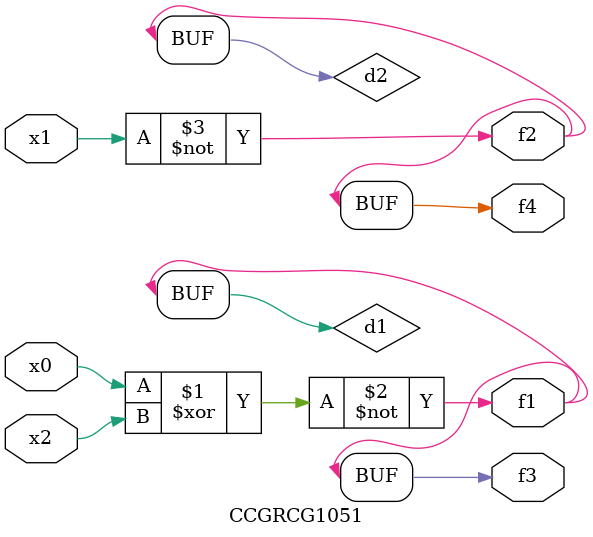
<source format=v>
module CCGRCG1051(
	input x0, x1, x2,
	output f1, f2, f3, f4
);

	wire d1, d2, d3;

	xnor (d1, x0, x2);
	nand (d2, x1);
	nor (d3, x1, x2);
	assign f1 = d1;
	assign f2 = d2;
	assign f3 = d1;
	assign f4 = d2;
endmodule

</source>
